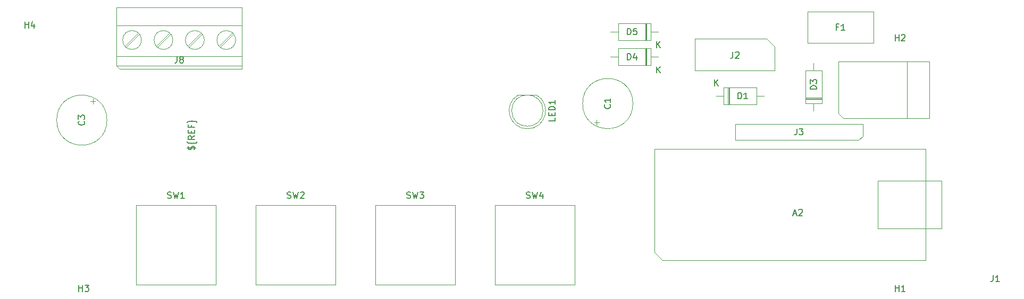
<source format=gbr>
%TF.GenerationSoftware,KiCad,Pcbnew,8.0.1*%
%TF.CreationDate,2024-04-18T10:21:10-04:00*%
%TF.ProjectId,Main-board-ArduinoNano,4d61696e-2d62-46f6-9172-642d41726475,rev?*%
%TF.SameCoordinates,Original*%
%TF.FileFunction,AssemblyDrawing,Top*%
%FSLAX46Y46*%
G04 Gerber Fmt 4.6, Leading zero omitted, Abs format (unit mm)*
G04 Created by KiCad (PCBNEW 8.0.1) date 2024-04-18 10:21:10*
%MOMM*%
%LPD*%
G01*
G04 APERTURE LIST*
%ADD10C,0.150000*%
%ADD11C,0.100000*%
G04 APERTURE END LIST*
D10*
X89109580Y-15616666D02*
X89157200Y-15664285D01*
X89157200Y-15664285D02*
X89204819Y-15807142D01*
X89204819Y-15807142D02*
X89204819Y-15902380D01*
X89204819Y-15902380D02*
X89157200Y-16045237D01*
X89157200Y-16045237D02*
X89061961Y-16140475D01*
X89061961Y-16140475D02*
X88966723Y-16188094D01*
X88966723Y-16188094D02*
X88776247Y-16235713D01*
X88776247Y-16235713D02*
X88633390Y-16235713D01*
X88633390Y-16235713D02*
X88442914Y-16188094D01*
X88442914Y-16188094D02*
X88347676Y-16140475D01*
X88347676Y-16140475D02*
X88252438Y-16045237D01*
X88252438Y-16045237D02*
X88204819Y-15902380D01*
X88204819Y-15902380D02*
X88204819Y-15807142D01*
X88204819Y-15807142D02*
X88252438Y-15664285D01*
X88252438Y-15664285D02*
X88300057Y-15616666D01*
X89204819Y-14664285D02*
X89204819Y-15235713D01*
X89204819Y-14949999D02*
X88204819Y-14949999D01*
X88204819Y-14949999D02*
X88347676Y-15045237D01*
X88347676Y-15045237D02*
X88442914Y-15140475D01*
X88442914Y-15140475D02*
X88490533Y-15235713D01*
X125466666Y-3231009D02*
X125133333Y-3231009D01*
X125133333Y-3754819D02*
X125133333Y-2754819D01*
X125133333Y-2754819D02*
X125609523Y-2754819D01*
X126514285Y-3754819D02*
X125942857Y-3754819D01*
X126228571Y-3754819D02*
X126228571Y-2754819D01*
X126228571Y-2754819D02*
X126133333Y-2897676D01*
X126133333Y-2897676D02*
X126038095Y-2992914D01*
X126038095Y-2992914D02*
X125942857Y-3040533D01*
X134538095Y-45454819D02*
X134538095Y-44454819D01*
X134538095Y-44931009D02*
X135109523Y-44931009D01*
X135109523Y-45454819D02*
X135109523Y-44454819D01*
X136109523Y-45454819D02*
X135538095Y-45454819D01*
X135823809Y-45454819D02*
X135823809Y-44454819D01*
X135823809Y-44454819D02*
X135728571Y-44597676D01*
X135728571Y-44597676D02*
X135633333Y-44692914D01*
X135633333Y-44692914D02*
X135538095Y-44740533D01*
X5359580Y-18264015D02*
X5407200Y-18311634D01*
X5407200Y-18311634D02*
X5454819Y-18454491D01*
X5454819Y-18454491D02*
X5454819Y-18549729D01*
X5454819Y-18549729D02*
X5407200Y-18692586D01*
X5407200Y-18692586D02*
X5311961Y-18787824D01*
X5311961Y-18787824D02*
X5216723Y-18835443D01*
X5216723Y-18835443D02*
X5026247Y-18883062D01*
X5026247Y-18883062D02*
X4883390Y-18883062D01*
X4883390Y-18883062D02*
X4692914Y-18835443D01*
X4692914Y-18835443D02*
X4597676Y-18787824D01*
X4597676Y-18787824D02*
X4502438Y-18692586D01*
X4502438Y-18692586D02*
X4454819Y-18549729D01*
X4454819Y-18549729D02*
X4454819Y-18454491D01*
X4454819Y-18454491D02*
X4502438Y-18311634D01*
X4502438Y-18311634D02*
X4550057Y-18264015D01*
X4454819Y-17930681D02*
X4454819Y-17311634D01*
X4454819Y-17311634D02*
X4835771Y-17644967D01*
X4835771Y-17644967D02*
X4835771Y-17502110D01*
X4835771Y-17502110D02*
X4883390Y-17406872D01*
X4883390Y-17406872D02*
X4931009Y-17359253D01*
X4931009Y-17359253D02*
X5026247Y-17311634D01*
X5026247Y-17311634D02*
X5264342Y-17311634D01*
X5264342Y-17311634D02*
X5359580Y-17359253D01*
X5359580Y-17359253D02*
X5407200Y-17406872D01*
X5407200Y-17406872D02*
X5454819Y-17502110D01*
X5454819Y-17502110D02*
X5454819Y-17787824D01*
X5454819Y-17787824D02*
X5407200Y-17883062D01*
X5407200Y-17883062D02*
X5359580Y-17930681D01*
X75816667Y-30533200D02*
X75959524Y-30580819D01*
X75959524Y-30580819D02*
X76197619Y-30580819D01*
X76197619Y-30580819D02*
X76292857Y-30533200D01*
X76292857Y-30533200D02*
X76340476Y-30485580D01*
X76340476Y-30485580D02*
X76388095Y-30390342D01*
X76388095Y-30390342D02*
X76388095Y-30295104D01*
X76388095Y-30295104D02*
X76340476Y-30199866D01*
X76340476Y-30199866D02*
X76292857Y-30152247D01*
X76292857Y-30152247D02*
X76197619Y-30104628D01*
X76197619Y-30104628D02*
X76007143Y-30057009D01*
X76007143Y-30057009D02*
X75911905Y-30009390D01*
X75911905Y-30009390D02*
X75864286Y-29961771D01*
X75864286Y-29961771D02*
X75816667Y-29866533D01*
X75816667Y-29866533D02*
X75816667Y-29771295D01*
X75816667Y-29771295D02*
X75864286Y-29676057D01*
X75864286Y-29676057D02*
X75911905Y-29628438D01*
X75911905Y-29628438D02*
X76007143Y-29580819D01*
X76007143Y-29580819D02*
X76245238Y-29580819D01*
X76245238Y-29580819D02*
X76388095Y-29628438D01*
X76721429Y-29580819D02*
X76959524Y-30580819D01*
X76959524Y-30580819D02*
X77150000Y-29866533D01*
X77150000Y-29866533D02*
X77340476Y-30580819D01*
X77340476Y-30580819D02*
X77578572Y-29580819D01*
X78388095Y-29914152D02*
X78388095Y-30580819D01*
X78150000Y-29533200D02*
X77911905Y-30247485D01*
X77911905Y-30247485D02*
X78530952Y-30247485D01*
X20166666Y-7959819D02*
X20166666Y-8674104D01*
X20166666Y-8674104D02*
X20119047Y-8816961D01*
X20119047Y-8816961D02*
X20023809Y-8912200D01*
X20023809Y-8912200D02*
X19880952Y-8959819D01*
X19880952Y-8959819D02*
X19785714Y-8959819D01*
X20785714Y-8388390D02*
X20690476Y-8340771D01*
X20690476Y-8340771D02*
X20642857Y-8293152D01*
X20642857Y-8293152D02*
X20595238Y-8197914D01*
X20595238Y-8197914D02*
X20595238Y-8150295D01*
X20595238Y-8150295D02*
X20642857Y-8055057D01*
X20642857Y-8055057D02*
X20690476Y-8007438D01*
X20690476Y-8007438D02*
X20785714Y-7959819D01*
X20785714Y-7959819D02*
X20976190Y-7959819D01*
X20976190Y-7959819D02*
X21071428Y-8007438D01*
X21071428Y-8007438D02*
X21119047Y-8055057D01*
X21119047Y-8055057D02*
X21166666Y-8150295D01*
X21166666Y-8150295D02*
X21166666Y-8197914D01*
X21166666Y-8197914D02*
X21119047Y-8293152D01*
X21119047Y-8293152D02*
X21071428Y-8340771D01*
X21071428Y-8340771D02*
X20976190Y-8388390D01*
X20976190Y-8388390D02*
X20785714Y-8388390D01*
X20785714Y-8388390D02*
X20690476Y-8436009D01*
X20690476Y-8436009D02*
X20642857Y-8483628D01*
X20642857Y-8483628D02*
X20595238Y-8578866D01*
X20595238Y-8578866D02*
X20595238Y-8769342D01*
X20595238Y-8769342D02*
X20642857Y-8864580D01*
X20642857Y-8864580D02*
X20690476Y-8912200D01*
X20690476Y-8912200D02*
X20785714Y-8959819D01*
X20785714Y-8959819D02*
X20976190Y-8959819D01*
X20976190Y-8959819D02*
X21071428Y-8912200D01*
X21071428Y-8912200D02*
X21119047Y-8864580D01*
X21119047Y-8864580D02*
X21166666Y-8769342D01*
X21166666Y-8769342D02*
X21166666Y-8578866D01*
X21166666Y-8578866D02*
X21119047Y-8483628D01*
X21119047Y-8483628D02*
X21071428Y-8436009D01*
X21071428Y-8436009D02*
X20976190Y-8388390D01*
X-4071904Y-3374819D02*
X-4071904Y-2374819D01*
X-4071904Y-2851009D02*
X-3500476Y-2851009D01*
X-3500476Y-3374819D02*
X-3500476Y-2374819D01*
X-2595714Y-2708152D02*
X-2595714Y-3374819D01*
X-2833809Y-2327200D02*
X-3071904Y-3041485D01*
X-3071904Y-3041485D02*
X-2452857Y-3041485D01*
X118856666Y-19454819D02*
X118856666Y-20169104D01*
X118856666Y-20169104D02*
X118809047Y-20311961D01*
X118809047Y-20311961D02*
X118713809Y-20407200D01*
X118713809Y-20407200D02*
X118570952Y-20454819D01*
X118570952Y-20454819D02*
X118475714Y-20454819D01*
X119237619Y-19454819D02*
X119856666Y-19454819D01*
X119856666Y-19454819D02*
X119523333Y-19835771D01*
X119523333Y-19835771D02*
X119666190Y-19835771D01*
X119666190Y-19835771D02*
X119761428Y-19883390D01*
X119761428Y-19883390D02*
X119809047Y-19931009D01*
X119809047Y-19931009D02*
X119856666Y-20026247D01*
X119856666Y-20026247D02*
X119856666Y-20264342D01*
X119856666Y-20264342D02*
X119809047Y-20359580D01*
X119809047Y-20359580D02*
X119761428Y-20407200D01*
X119761428Y-20407200D02*
X119666190Y-20454819D01*
X119666190Y-20454819D02*
X119380476Y-20454819D01*
X119380476Y-20454819D02*
X119285238Y-20407200D01*
X119285238Y-20407200D02*
X119237619Y-20359580D01*
X134538095Y-5454819D02*
X134538095Y-4454819D01*
X134538095Y-4931009D02*
X135109523Y-4931009D01*
X135109523Y-5454819D02*
X135109523Y-4454819D01*
X135538095Y-4550057D02*
X135585714Y-4502438D01*
X135585714Y-4502438D02*
X135680952Y-4454819D01*
X135680952Y-4454819D02*
X135919047Y-4454819D01*
X135919047Y-4454819D02*
X136014285Y-4502438D01*
X136014285Y-4502438D02*
X136061904Y-4550057D01*
X136061904Y-4550057D02*
X136109523Y-4645295D01*
X136109523Y-4645295D02*
X136109523Y-4740533D01*
X136109523Y-4740533D02*
X136061904Y-4883390D01*
X136061904Y-4883390D02*
X135490476Y-5454819D01*
X135490476Y-5454819D02*
X136109523Y-5454819D01*
X150108849Y-42881099D02*
X150108849Y-43595384D01*
X150108849Y-43595384D02*
X150061230Y-43738241D01*
X150061230Y-43738241D02*
X149965992Y-43833480D01*
X149965992Y-43833480D02*
X149823135Y-43881099D01*
X149823135Y-43881099D02*
X149727897Y-43881099D01*
X151108849Y-43881099D02*
X150537421Y-43881099D01*
X150823135Y-43881099D02*
X150823135Y-42881099D01*
X150823135Y-42881099D02*
X150727897Y-43023956D01*
X150727897Y-43023956D02*
X150632659Y-43119194D01*
X150632659Y-43119194D02*
X150537421Y-43166813D01*
X18666667Y-30533200D02*
X18809524Y-30580819D01*
X18809524Y-30580819D02*
X19047619Y-30580819D01*
X19047619Y-30580819D02*
X19142857Y-30533200D01*
X19142857Y-30533200D02*
X19190476Y-30485580D01*
X19190476Y-30485580D02*
X19238095Y-30390342D01*
X19238095Y-30390342D02*
X19238095Y-30295104D01*
X19238095Y-30295104D02*
X19190476Y-30199866D01*
X19190476Y-30199866D02*
X19142857Y-30152247D01*
X19142857Y-30152247D02*
X19047619Y-30104628D01*
X19047619Y-30104628D02*
X18857143Y-30057009D01*
X18857143Y-30057009D02*
X18761905Y-30009390D01*
X18761905Y-30009390D02*
X18714286Y-29961771D01*
X18714286Y-29961771D02*
X18666667Y-29866533D01*
X18666667Y-29866533D02*
X18666667Y-29771295D01*
X18666667Y-29771295D02*
X18714286Y-29676057D01*
X18714286Y-29676057D02*
X18761905Y-29628438D01*
X18761905Y-29628438D02*
X18857143Y-29580819D01*
X18857143Y-29580819D02*
X19095238Y-29580819D01*
X19095238Y-29580819D02*
X19238095Y-29628438D01*
X19571429Y-29580819D02*
X19809524Y-30580819D01*
X19809524Y-30580819D02*
X20000000Y-29866533D01*
X20000000Y-29866533D02*
X20190476Y-30580819D01*
X20190476Y-30580819D02*
X20428572Y-29580819D01*
X21333333Y-30580819D02*
X20761905Y-30580819D01*
X21047619Y-30580819D02*
X21047619Y-29580819D01*
X21047619Y-29580819D02*
X20952381Y-29723676D01*
X20952381Y-29723676D02*
X20857143Y-29818914D01*
X20857143Y-29818914D02*
X20761905Y-29866533D01*
X109491905Y-14704819D02*
X109491905Y-13704819D01*
X109491905Y-13704819D02*
X109730000Y-13704819D01*
X109730000Y-13704819D02*
X109872857Y-13752438D01*
X109872857Y-13752438D02*
X109968095Y-13847676D01*
X109968095Y-13847676D02*
X110015714Y-13942914D01*
X110015714Y-13942914D02*
X110063333Y-14133390D01*
X110063333Y-14133390D02*
X110063333Y-14276247D01*
X110063333Y-14276247D02*
X110015714Y-14466723D01*
X110015714Y-14466723D02*
X109968095Y-14561961D01*
X109968095Y-14561961D02*
X109872857Y-14657200D01*
X109872857Y-14657200D02*
X109730000Y-14704819D01*
X109730000Y-14704819D02*
X109491905Y-14704819D01*
X111015714Y-14704819D02*
X110444286Y-14704819D01*
X110730000Y-14704819D02*
X110730000Y-13704819D01*
X110730000Y-13704819D02*
X110634762Y-13847676D01*
X110634762Y-13847676D02*
X110539524Y-13942914D01*
X110539524Y-13942914D02*
X110444286Y-13990533D01*
X105768095Y-12604819D02*
X105768095Y-11604819D01*
X106339523Y-12604819D02*
X105910952Y-12033390D01*
X106339523Y-11604819D02*
X105768095Y-12176247D01*
X118315714Y-33059104D02*
X118791904Y-33059104D01*
X118220476Y-33344819D02*
X118553809Y-32344819D01*
X118553809Y-32344819D02*
X118887142Y-33344819D01*
X119172857Y-32440057D02*
X119220476Y-32392438D01*
X119220476Y-32392438D02*
X119315714Y-32344819D01*
X119315714Y-32344819D02*
X119553809Y-32344819D01*
X119553809Y-32344819D02*
X119649047Y-32392438D01*
X119649047Y-32392438D02*
X119696666Y-32440057D01*
X119696666Y-32440057D02*
X119744285Y-32535295D01*
X119744285Y-32535295D02*
X119744285Y-32630533D01*
X119744285Y-32630533D02*
X119696666Y-32773390D01*
X119696666Y-32773390D02*
X119125238Y-33344819D01*
X119125238Y-33344819D02*
X119744285Y-33344819D01*
X22907200Y-22833333D02*
X22954819Y-22690476D01*
X22954819Y-22690476D02*
X22954819Y-22452381D01*
X22954819Y-22452381D02*
X22907200Y-22357143D01*
X22907200Y-22357143D02*
X22859580Y-22309524D01*
X22859580Y-22309524D02*
X22764342Y-22261905D01*
X22764342Y-22261905D02*
X22669104Y-22261905D01*
X22669104Y-22261905D02*
X22573866Y-22309524D01*
X22573866Y-22309524D02*
X22526247Y-22357143D01*
X22526247Y-22357143D02*
X22478628Y-22452381D01*
X22478628Y-22452381D02*
X22431009Y-22642857D01*
X22431009Y-22642857D02*
X22383390Y-22738095D01*
X22383390Y-22738095D02*
X22335771Y-22785714D01*
X22335771Y-22785714D02*
X22240533Y-22833333D01*
X22240533Y-22833333D02*
X22145295Y-22833333D01*
X22145295Y-22833333D02*
X22050057Y-22785714D01*
X22050057Y-22785714D02*
X22002438Y-22738095D01*
X22002438Y-22738095D02*
X21954819Y-22642857D01*
X21954819Y-22642857D02*
X21954819Y-22404762D01*
X21954819Y-22404762D02*
X22002438Y-22261905D01*
X21811961Y-22547619D02*
X23097676Y-22547619D01*
X23335771Y-21547619D02*
X23335771Y-21595238D01*
X23335771Y-21595238D02*
X23288152Y-21690476D01*
X23288152Y-21690476D02*
X23192914Y-21738095D01*
X23192914Y-21738095D02*
X22716723Y-21738095D01*
X22716723Y-21738095D02*
X22621485Y-21785714D01*
X22621485Y-21785714D02*
X22573866Y-21880952D01*
X22573866Y-21880952D02*
X22526247Y-21785714D01*
X22526247Y-21785714D02*
X22431009Y-21738095D01*
X22431009Y-21738095D02*
X21954819Y-21738095D01*
X21954819Y-21738095D02*
X21859580Y-21690476D01*
X21859580Y-21690476D02*
X21811961Y-21595238D01*
X21811961Y-21595238D02*
X21811961Y-21547619D01*
X22954819Y-20595238D02*
X22478628Y-20928571D01*
X22954819Y-21166666D02*
X21954819Y-21166666D01*
X21954819Y-21166666D02*
X21954819Y-20785714D01*
X21954819Y-20785714D02*
X22002438Y-20690476D01*
X22002438Y-20690476D02*
X22050057Y-20642857D01*
X22050057Y-20642857D02*
X22145295Y-20595238D01*
X22145295Y-20595238D02*
X22288152Y-20595238D01*
X22288152Y-20595238D02*
X22383390Y-20642857D01*
X22383390Y-20642857D02*
X22431009Y-20690476D01*
X22431009Y-20690476D02*
X22478628Y-20785714D01*
X22478628Y-20785714D02*
X22478628Y-21166666D01*
X22431009Y-20166666D02*
X22431009Y-19833333D01*
X22954819Y-19690476D02*
X22954819Y-20166666D01*
X22954819Y-20166666D02*
X21954819Y-20166666D01*
X21954819Y-20166666D02*
X21954819Y-19690476D01*
X22431009Y-18928571D02*
X22431009Y-19261904D01*
X22954819Y-19261904D02*
X21954819Y-19261904D01*
X21954819Y-19261904D02*
X21954819Y-18785714D01*
X23335771Y-18499999D02*
X23335771Y-18452380D01*
X23335771Y-18452380D02*
X23288152Y-18357142D01*
X23288152Y-18357142D02*
X23192914Y-18309523D01*
X23192914Y-18309523D02*
X22716723Y-18309523D01*
X22716723Y-18309523D02*
X22621485Y-18261904D01*
X22621485Y-18261904D02*
X22573866Y-18166666D01*
X22573866Y-18166666D02*
X22526247Y-18261904D01*
X22526247Y-18261904D02*
X22431009Y-18309523D01*
X22431009Y-18309523D02*
X21954819Y-18309523D01*
X21954819Y-18309523D02*
X21859580Y-18357142D01*
X21859580Y-18357142D02*
X21811961Y-18452380D01*
X21811961Y-18452380D02*
X21811961Y-18499999D01*
X4538095Y-45454819D02*
X4538095Y-44454819D01*
X4538095Y-44931009D02*
X5109523Y-44931009D01*
X5109523Y-45454819D02*
X5109523Y-44454819D01*
X5490476Y-44454819D02*
X6109523Y-44454819D01*
X6109523Y-44454819D02*
X5776190Y-44835771D01*
X5776190Y-44835771D02*
X5919047Y-44835771D01*
X5919047Y-44835771D02*
X6014285Y-44883390D01*
X6014285Y-44883390D02*
X6061904Y-44931009D01*
X6061904Y-44931009D02*
X6109523Y-45026247D01*
X6109523Y-45026247D02*
X6109523Y-45264342D01*
X6109523Y-45264342D02*
X6061904Y-45359580D01*
X6061904Y-45359580D02*
X6014285Y-45407200D01*
X6014285Y-45407200D02*
X5919047Y-45454819D01*
X5919047Y-45454819D02*
X5633333Y-45454819D01*
X5633333Y-45454819D02*
X5538095Y-45407200D01*
X5538095Y-45407200D02*
X5490476Y-45359580D01*
X122004819Y-13158094D02*
X121004819Y-13158094D01*
X121004819Y-13158094D02*
X121004819Y-12919999D01*
X121004819Y-12919999D02*
X121052438Y-12777142D01*
X121052438Y-12777142D02*
X121147676Y-12681904D01*
X121147676Y-12681904D02*
X121242914Y-12634285D01*
X121242914Y-12634285D02*
X121433390Y-12586666D01*
X121433390Y-12586666D02*
X121576247Y-12586666D01*
X121576247Y-12586666D02*
X121766723Y-12634285D01*
X121766723Y-12634285D02*
X121861961Y-12681904D01*
X121861961Y-12681904D02*
X121957200Y-12777142D01*
X121957200Y-12777142D02*
X122004819Y-12919999D01*
X122004819Y-12919999D02*
X122004819Y-13158094D01*
X121004819Y-12253332D02*
X121004819Y-11634285D01*
X121004819Y-11634285D02*
X121385771Y-11967618D01*
X121385771Y-11967618D02*
X121385771Y-11824761D01*
X121385771Y-11824761D02*
X121433390Y-11729523D01*
X121433390Y-11729523D02*
X121481009Y-11681904D01*
X121481009Y-11681904D02*
X121576247Y-11634285D01*
X121576247Y-11634285D02*
X121814342Y-11634285D01*
X121814342Y-11634285D02*
X121909580Y-11681904D01*
X121909580Y-11681904D02*
X121957200Y-11729523D01*
X121957200Y-11729523D02*
X122004819Y-11824761D01*
X122004819Y-11824761D02*
X122004819Y-12110475D01*
X122004819Y-12110475D02*
X121957200Y-12205713D01*
X121957200Y-12205713D02*
X121909580Y-12253332D01*
X108666666Y-7204819D02*
X108666666Y-7919104D01*
X108666666Y-7919104D02*
X108619047Y-8061961D01*
X108619047Y-8061961D02*
X108523809Y-8157200D01*
X108523809Y-8157200D02*
X108380952Y-8204819D01*
X108380952Y-8204819D02*
X108285714Y-8204819D01*
X109095238Y-7300057D02*
X109142857Y-7252438D01*
X109142857Y-7252438D02*
X109238095Y-7204819D01*
X109238095Y-7204819D02*
X109476190Y-7204819D01*
X109476190Y-7204819D02*
X109571428Y-7252438D01*
X109571428Y-7252438D02*
X109619047Y-7300057D01*
X109619047Y-7300057D02*
X109666666Y-7395295D01*
X109666666Y-7395295D02*
X109666666Y-7490533D01*
X109666666Y-7490533D02*
X109619047Y-7633390D01*
X109619047Y-7633390D02*
X109047619Y-8204819D01*
X109047619Y-8204819D02*
X109666666Y-8204819D01*
X56766667Y-30533200D02*
X56909524Y-30580819D01*
X56909524Y-30580819D02*
X57147619Y-30580819D01*
X57147619Y-30580819D02*
X57242857Y-30533200D01*
X57242857Y-30533200D02*
X57290476Y-30485580D01*
X57290476Y-30485580D02*
X57338095Y-30390342D01*
X57338095Y-30390342D02*
X57338095Y-30295104D01*
X57338095Y-30295104D02*
X57290476Y-30199866D01*
X57290476Y-30199866D02*
X57242857Y-30152247D01*
X57242857Y-30152247D02*
X57147619Y-30104628D01*
X57147619Y-30104628D02*
X56957143Y-30057009D01*
X56957143Y-30057009D02*
X56861905Y-30009390D01*
X56861905Y-30009390D02*
X56814286Y-29961771D01*
X56814286Y-29961771D02*
X56766667Y-29866533D01*
X56766667Y-29866533D02*
X56766667Y-29771295D01*
X56766667Y-29771295D02*
X56814286Y-29676057D01*
X56814286Y-29676057D02*
X56861905Y-29628438D01*
X56861905Y-29628438D02*
X56957143Y-29580819D01*
X56957143Y-29580819D02*
X57195238Y-29580819D01*
X57195238Y-29580819D02*
X57338095Y-29628438D01*
X57671429Y-29580819D02*
X57909524Y-30580819D01*
X57909524Y-30580819D02*
X58100000Y-29866533D01*
X58100000Y-29866533D02*
X58290476Y-30580819D01*
X58290476Y-30580819D02*
X58528572Y-29580819D01*
X58814286Y-29580819D02*
X59433333Y-29580819D01*
X59433333Y-29580819D02*
X59100000Y-29961771D01*
X59100000Y-29961771D02*
X59242857Y-29961771D01*
X59242857Y-29961771D02*
X59338095Y-30009390D01*
X59338095Y-30009390D02*
X59385714Y-30057009D01*
X59385714Y-30057009D02*
X59433333Y-30152247D01*
X59433333Y-30152247D02*
X59433333Y-30390342D01*
X59433333Y-30390342D02*
X59385714Y-30485580D01*
X59385714Y-30485580D02*
X59338095Y-30533200D01*
X59338095Y-30533200D02*
X59242857Y-30580819D01*
X59242857Y-30580819D02*
X58957143Y-30580819D01*
X58957143Y-30580819D02*
X58861905Y-30533200D01*
X58861905Y-30533200D02*
X58814286Y-30485580D01*
X96548095Y-6554819D02*
X96548095Y-5554819D01*
X97119523Y-6554819D02*
X96690952Y-5983390D01*
X97119523Y-5554819D02*
X96548095Y-6126247D01*
X91871905Y-4454819D02*
X91871905Y-3454819D01*
X91871905Y-3454819D02*
X92110000Y-3454819D01*
X92110000Y-3454819D02*
X92252857Y-3502438D01*
X92252857Y-3502438D02*
X92348095Y-3597676D01*
X92348095Y-3597676D02*
X92395714Y-3692914D01*
X92395714Y-3692914D02*
X92443333Y-3883390D01*
X92443333Y-3883390D02*
X92443333Y-4026247D01*
X92443333Y-4026247D02*
X92395714Y-4216723D01*
X92395714Y-4216723D02*
X92348095Y-4311961D01*
X92348095Y-4311961D02*
X92252857Y-4407200D01*
X92252857Y-4407200D02*
X92110000Y-4454819D01*
X92110000Y-4454819D02*
X91871905Y-4454819D01*
X93348095Y-3454819D02*
X92871905Y-3454819D01*
X92871905Y-3454819D02*
X92824286Y-3931009D01*
X92824286Y-3931009D02*
X92871905Y-3883390D01*
X92871905Y-3883390D02*
X92967143Y-3835771D01*
X92967143Y-3835771D02*
X93205238Y-3835771D01*
X93205238Y-3835771D02*
X93300476Y-3883390D01*
X93300476Y-3883390D02*
X93348095Y-3931009D01*
X93348095Y-3931009D02*
X93395714Y-4026247D01*
X93395714Y-4026247D02*
X93395714Y-4264342D01*
X93395714Y-4264342D02*
X93348095Y-4359580D01*
X93348095Y-4359580D02*
X93300476Y-4407200D01*
X93300476Y-4407200D02*
X93205238Y-4454819D01*
X93205238Y-4454819D02*
X92967143Y-4454819D01*
X92967143Y-4454819D02*
X92871905Y-4407200D01*
X92871905Y-4407200D02*
X92824286Y-4359580D01*
X80364819Y-17704047D02*
X80364819Y-18180237D01*
X80364819Y-18180237D02*
X79364819Y-18180237D01*
X79841009Y-17370713D02*
X79841009Y-17037380D01*
X80364819Y-16894523D02*
X80364819Y-17370713D01*
X80364819Y-17370713D02*
X79364819Y-17370713D01*
X79364819Y-17370713D02*
X79364819Y-16894523D01*
X80364819Y-16465951D02*
X79364819Y-16465951D01*
X79364819Y-16465951D02*
X79364819Y-16227856D01*
X79364819Y-16227856D02*
X79412438Y-16084999D01*
X79412438Y-16084999D02*
X79507676Y-15989761D01*
X79507676Y-15989761D02*
X79602914Y-15942142D01*
X79602914Y-15942142D02*
X79793390Y-15894523D01*
X79793390Y-15894523D02*
X79936247Y-15894523D01*
X79936247Y-15894523D02*
X80126723Y-15942142D01*
X80126723Y-15942142D02*
X80221961Y-15989761D01*
X80221961Y-15989761D02*
X80317200Y-16084999D01*
X80317200Y-16084999D02*
X80364819Y-16227856D01*
X80364819Y-16227856D02*
X80364819Y-16465951D01*
X80364819Y-14942142D02*
X80364819Y-15513570D01*
X80364819Y-15227856D02*
X79364819Y-15227856D01*
X79364819Y-15227856D02*
X79507676Y-15323094D01*
X79507676Y-15323094D02*
X79602914Y-15418332D01*
X79602914Y-15418332D02*
X79650533Y-15513570D01*
X37716667Y-30533200D02*
X37859524Y-30580819D01*
X37859524Y-30580819D02*
X38097619Y-30580819D01*
X38097619Y-30580819D02*
X38192857Y-30533200D01*
X38192857Y-30533200D02*
X38240476Y-30485580D01*
X38240476Y-30485580D02*
X38288095Y-30390342D01*
X38288095Y-30390342D02*
X38288095Y-30295104D01*
X38288095Y-30295104D02*
X38240476Y-30199866D01*
X38240476Y-30199866D02*
X38192857Y-30152247D01*
X38192857Y-30152247D02*
X38097619Y-30104628D01*
X38097619Y-30104628D02*
X37907143Y-30057009D01*
X37907143Y-30057009D02*
X37811905Y-30009390D01*
X37811905Y-30009390D02*
X37764286Y-29961771D01*
X37764286Y-29961771D02*
X37716667Y-29866533D01*
X37716667Y-29866533D02*
X37716667Y-29771295D01*
X37716667Y-29771295D02*
X37764286Y-29676057D01*
X37764286Y-29676057D02*
X37811905Y-29628438D01*
X37811905Y-29628438D02*
X37907143Y-29580819D01*
X37907143Y-29580819D02*
X38145238Y-29580819D01*
X38145238Y-29580819D02*
X38288095Y-29628438D01*
X38621429Y-29580819D02*
X38859524Y-30580819D01*
X38859524Y-30580819D02*
X39050000Y-29866533D01*
X39050000Y-29866533D02*
X39240476Y-30580819D01*
X39240476Y-30580819D02*
X39478572Y-29580819D01*
X39811905Y-29676057D02*
X39859524Y-29628438D01*
X39859524Y-29628438D02*
X39954762Y-29580819D01*
X39954762Y-29580819D02*
X40192857Y-29580819D01*
X40192857Y-29580819D02*
X40288095Y-29628438D01*
X40288095Y-29628438D02*
X40335714Y-29676057D01*
X40335714Y-29676057D02*
X40383333Y-29771295D01*
X40383333Y-29771295D02*
X40383333Y-29866533D01*
X40383333Y-29866533D02*
X40335714Y-30009390D01*
X40335714Y-30009390D02*
X39764286Y-30580819D01*
X39764286Y-30580819D02*
X40383333Y-30580819D01*
X91871905Y-8454819D02*
X91871905Y-7454819D01*
X91871905Y-7454819D02*
X92110000Y-7454819D01*
X92110000Y-7454819D02*
X92252857Y-7502438D01*
X92252857Y-7502438D02*
X92348095Y-7597676D01*
X92348095Y-7597676D02*
X92395714Y-7692914D01*
X92395714Y-7692914D02*
X92443333Y-7883390D01*
X92443333Y-7883390D02*
X92443333Y-8026247D01*
X92443333Y-8026247D02*
X92395714Y-8216723D01*
X92395714Y-8216723D02*
X92348095Y-8311961D01*
X92348095Y-8311961D02*
X92252857Y-8407200D01*
X92252857Y-8407200D02*
X92110000Y-8454819D01*
X92110000Y-8454819D02*
X91871905Y-8454819D01*
X93300476Y-7788152D02*
X93300476Y-8454819D01*
X93062381Y-7407200D02*
X92824286Y-8121485D01*
X92824286Y-8121485D02*
X93443333Y-8121485D01*
X96548095Y-10554819D02*
X96548095Y-9554819D01*
X97119523Y-10554819D02*
X96690952Y-9983390D01*
X97119523Y-9554819D02*
X96548095Y-10126247D01*
D11*
%TO.C,C1*%
X86602500Y-18476759D02*
X87402500Y-18476759D01*
X87002500Y-18876759D02*
X87002500Y-18076759D01*
X92750000Y-15450000D02*
G75*
G02*
X84750000Y-15450000I-4000000J0D01*
G01*
X84750000Y-15450000D02*
G75*
G02*
X92750000Y-15450000I4000000J0D01*
G01*
%TO.C,F1*%
X120550000Y-800000D02*
X120550000Y-5800000D01*
X120550000Y-5800000D02*
X131050000Y-5800000D01*
X131050000Y-800000D02*
X120550000Y-800000D01*
X131050000Y-5800000D02*
X131050000Y-800000D01*
%TO.C,C3*%
X6747500Y-14670590D02*
X6747500Y-15470590D01*
X7147500Y-15070590D02*
X6347500Y-15070590D01*
X9000000Y-18097349D02*
G75*
G02*
X1000000Y-18097349I-4000000J0D01*
G01*
X1000000Y-18097349D02*
G75*
G02*
X9000000Y-18097349I4000000J0D01*
G01*
%TO.C,SW4*%
X70800000Y-31650000D02*
X83500000Y-31650000D01*
X70800000Y-44350000D02*
X70800000Y-31650000D01*
X83500000Y-31650000D02*
X83500000Y-44350000D01*
X83500000Y-44350000D02*
X70800000Y-44350000D01*
%TO.C,J8*%
X10500000Y-105000D02*
X30500000Y-105000D01*
X10500000Y-3005000D02*
X30500000Y-3005000D01*
X10500000Y-7905000D02*
X30500000Y-7905000D01*
X10500000Y-9405000D02*
X10500000Y-105000D01*
X10500000Y-9405000D02*
X30500000Y-9405000D01*
X11000000Y-9905000D02*
X10500000Y-9405000D01*
X13955000Y-4167000D02*
X11862000Y-6260000D01*
X14138000Y-4350000D02*
X12045000Y-6443000D01*
X18955000Y-4167000D02*
X16863000Y-6260000D01*
X19138000Y-4350000D02*
X17046000Y-6443000D01*
X23955000Y-4167000D02*
X21863000Y-6260000D01*
X24138000Y-4350000D02*
X22046000Y-6443000D01*
X28955000Y-4167000D02*
X26863000Y-6260000D01*
X29138000Y-4350000D02*
X27046000Y-6443000D01*
X30500000Y-105000D02*
X30500000Y-9905000D01*
X30500000Y-9905000D02*
X11000000Y-9905000D01*
X14500000Y-5305000D02*
G75*
G02*
X11500000Y-5305000I-1500000J0D01*
G01*
X11500000Y-5305000D02*
G75*
G02*
X14500000Y-5305000I1500000J0D01*
G01*
X19500000Y-5305000D02*
G75*
G02*
X16500000Y-5305000I-1500000J0D01*
G01*
X16500000Y-5305000D02*
G75*
G02*
X19500000Y-5305000I1500000J0D01*
G01*
X24500000Y-5305000D02*
G75*
G02*
X21500000Y-5305000I-1500000J0D01*
G01*
X21500000Y-5305000D02*
G75*
G02*
X24500000Y-5305000I1500000J0D01*
G01*
X29500000Y-5305000D02*
G75*
G02*
X26500000Y-5305000I-1500000J0D01*
G01*
X26500000Y-5305000D02*
G75*
G02*
X29500000Y-5305000I1500000J0D01*
G01*
%TO.C,J3*%
X109030000Y-18730000D02*
X129350000Y-18730000D01*
X109030000Y-21270000D02*
X109030000Y-18730000D01*
X128715000Y-21270000D02*
X109030000Y-21270000D01*
X129350000Y-18730000D02*
X129350000Y-20635000D01*
X129350000Y-20635000D02*
X128715000Y-21270000D01*
%TO.C,J1*%
X125450000Y-8757500D02*
X125450000Y-17007500D01*
X126250000Y-17757500D02*
X139950000Y-17757500D01*
X126253213Y-17762925D02*
X125450000Y-17007500D01*
X136450000Y-17757500D02*
X136450000Y-8757500D01*
X139950000Y-8757500D02*
X125450000Y-8757500D01*
X139950000Y-17757500D02*
X139950000Y-8757500D01*
%TO.C,SW1*%
X13650000Y-31650000D02*
X26350000Y-31650000D01*
X13650000Y-44350000D02*
X13650000Y-31650000D01*
X26350000Y-31650000D02*
X26350000Y-44350000D01*
X26350000Y-44350000D02*
X13650000Y-44350000D01*
%TO.C,D1*%
X106030000Y-14250000D02*
X107240000Y-14250000D01*
X107240000Y-12900000D02*
X107240000Y-15600000D01*
X107240000Y-15600000D02*
X112440000Y-15600000D01*
X107920000Y-12900000D02*
X107920000Y-15600000D01*
X108020000Y-12900000D02*
X108020000Y-15600000D01*
X108120000Y-12900000D02*
X108120000Y-15600000D01*
X112440000Y-12900000D02*
X107240000Y-12900000D01*
X112440000Y-15600000D02*
X112440000Y-12900000D01*
X113650000Y-14250000D02*
X112440000Y-14250000D01*
%TO.C,A2*%
X96170000Y-22730000D02*
X139350000Y-22730000D01*
X96170000Y-39240000D02*
X96170000Y-22730000D01*
X97440000Y-40510000D02*
X96170000Y-39240000D01*
X131730000Y-27810000D02*
X141890000Y-27810000D01*
X131730000Y-35430000D02*
X131730000Y-27810000D01*
X139350000Y-22730000D02*
X139350000Y-40510000D01*
X139350000Y-40510000D02*
X97440000Y-40510000D01*
X141890000Y-27810000D02*
X141890000Y-35430000D01*
X141890000Y-35430000D02*
X131730000Y-35430000D01*
%TO.C,D3*%
X120200000Y-10210000D02*
X120200000Y-15410000D01*
X120200000Y-14530000D02*
X122900000Y-14530000D01*
X120200000Y-14630000D02*
X122900000Y-14630000D01*
X120200000Y-14730000D02*
X122900000Y-14730000D01*
X120200000Y-15410000D02*
X122900000Y-15410000D01*
X121550000Y-9000000D02*
X121550000Y-10210000D01*
X121550000Y-16620000D02*
X121550000Y-15410000D01*
X122900000Y-10210000D02*
X120200000Y-10210000D01*
X122900000Y-15410000D02*
X122900000Y-10210000D01*
%TO.C,J2*%
X102645000Y-5105000D02*
X114075000Y-5105000D01*
X102645000Y-10185000D02*
X102645000Y-5105000D01*
X114075000Y-5105000D02*
X115345000Y-6375000D01*
X115345000Y-6375000D02*
X115345000Y-10185000D01*
X115345000Y-10185000D02*
X102645000Y-10185000D01*
%TO.C,SW3*%
X51750000Y-31650000D02*
X64450000Y-31650000D01*
X51750000Y-44350000D02*
X51750000Y-31650000D01*
X64450000Y-31650000D02*
X64450000Y-44350000D01*
X64450000Y-44350000D02*
X51750000Y-44350000D01*
%TO.C,D5*%
X89190000Y-4000000D02*
X90400000Y-4000000D01*
X90400000Y-2650000D02*
X90400000Y-5350000D01*
X90400000Y-5350000D02*
X95600000Y-5350000D01*
X94720000Y-5350000D02*
X94720000Y-2650000D01*
X94820000Y-5350000D02*
X94820000Y-2650000D01*
X94920000Y-5350000D02*
X94920000Y-2650000D01*
X95600000Y-2650000D02*
X90400000Y-2650000D01*
X95600000Y-5350000D02*
X95600000Y-2650000D01*
X96810000Y-4000000D02*
X95600000Y-4000000D01*
%TO.C,LED1*%
X77419694Y-14085000D02*
X74480306Y-14085000D01*
X77419694Y-14085000D02*
G75*
G02*
X74480334Y-14084984I-1469694J-2500000D01*
G01*
X78450000Y-16585000D02*
G75*
G02*
X73450000Y-16585000I-2500000J0D01*
G01*
X73450000Y-16585000D02*
G75*
G02*
X78450000Y-16585000I2500000J0D01*
G01*
%TO.C,SW2*%
X32700000Y-31650000D02*
X45400000Y-31650000D01*
X32700000Y-44350000D02*
X32700000Y-31650000D01*
X45400000Y-31650000D02*
X45400000Y-44350000D01*
X45400000Y-44350000D02*
X32700000Y-44350000D01*
%TO.C,D4*%
X89190000Y-8000000D02*
X90400000Y-8000000D01*
X90400000Y-6650000D02*
X90400000Y-9350000D01*
X90400000Y-9350000D02*
X95600000Y-9350000D01*
X94720000Y-9350000D02*
X94720000Y-6650000D01*
X94820000Y-9350000D02*
X94820000Y-6650000D01*
X94920000Y-9350000D02*
X94920000Y-6650000D01*
X95600000Y-6650000D02*
X90400000Y-6650000D01*
X95600000Y-9350000D02*
X95600000Y-6650000D01*
X96810000Y-8000000D02*
X95600000Y-8000000D01*
%TD*%
M02*

</source>
